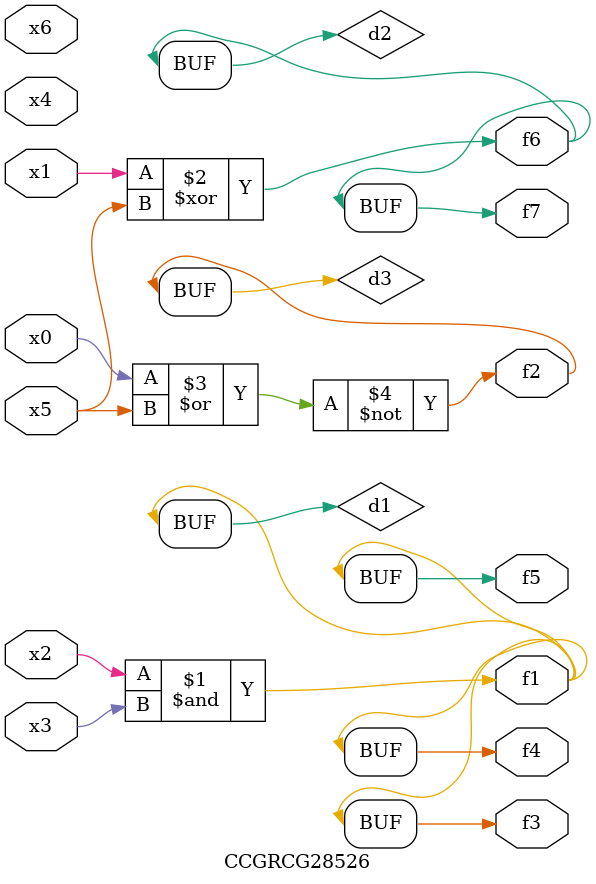
<source format=v>
module CCGRCG28526(
	input x0, x1, x2, x3, x4, x5, x6,
	output f1, f2, f3, f4, f5, f6, f7
);

	wire d1, d2, d3;

	and (d1, x2, x3);
	xor (d2, x1, x5);
	nor (d3, x0, x5);
	assign f1 = d1;
	assign f2 = d3;
	assign f3 = d1;
	assign f4 = d1;
	assign f5 = d1;
	assign f6 = d2;
	assign f7 = d2;
endmodule

</source>
